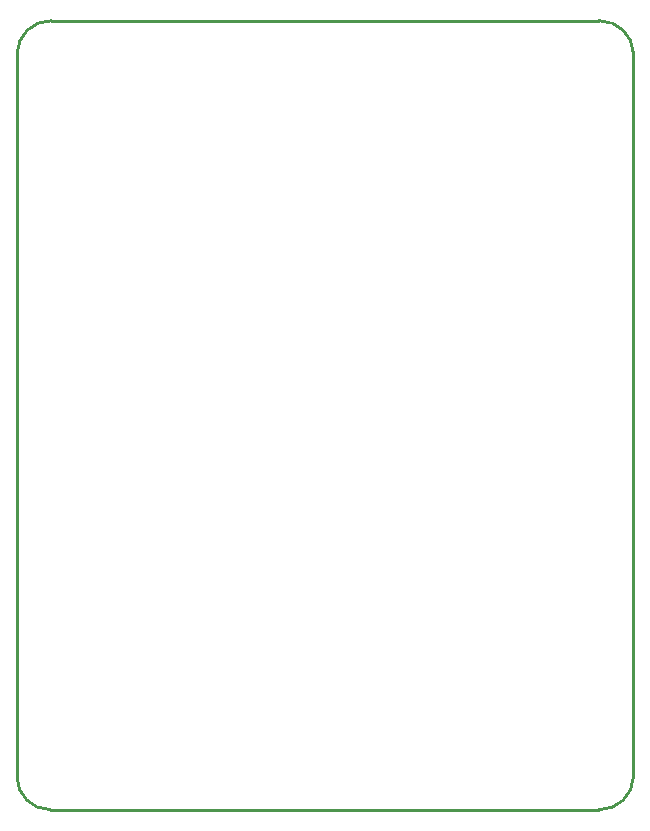
<source format=gm1>
G04*
G04 #@! TF.GenerationSoftware,Altium Limited,Altium Designer,20.1.14 (287)*
G04*
G04 Layer_Color=16711935*
%FSLAX24Y24*%
%MOIN*%
G70*
G04*
G04 #@! TF.SameCoordinates,D1A17965-E816-498F-87AB-38A2C5CE3A16*
G04*
G04*
G04 #@! TF.FilePolarity,Positive*
G04*
G01*
G75*
%ADD91C,0.0100*%
D91*
X13650Y36450D02*
G03*
X12500Y35350I-25J-1125D01*
G01*
X12500Y11250D02*
G03*
X13600Y10150I1100J0D01*
G01*
X31900Y10150D02*
G03*
X33050Y11250I25J1125D01*
G01*
X33050Y35350D02*
G03*
X31900Y36450I-1125J-25D01*
G01*
X12500Y35350D02*
X12500Y11250D01*
X13650Y36450D02*
X31900Y36450D01*
X13600Y10150D02*
X31900Y10150D01*
X33050Y11250D02*
X33050Y35350D01*
M02*

</source>
